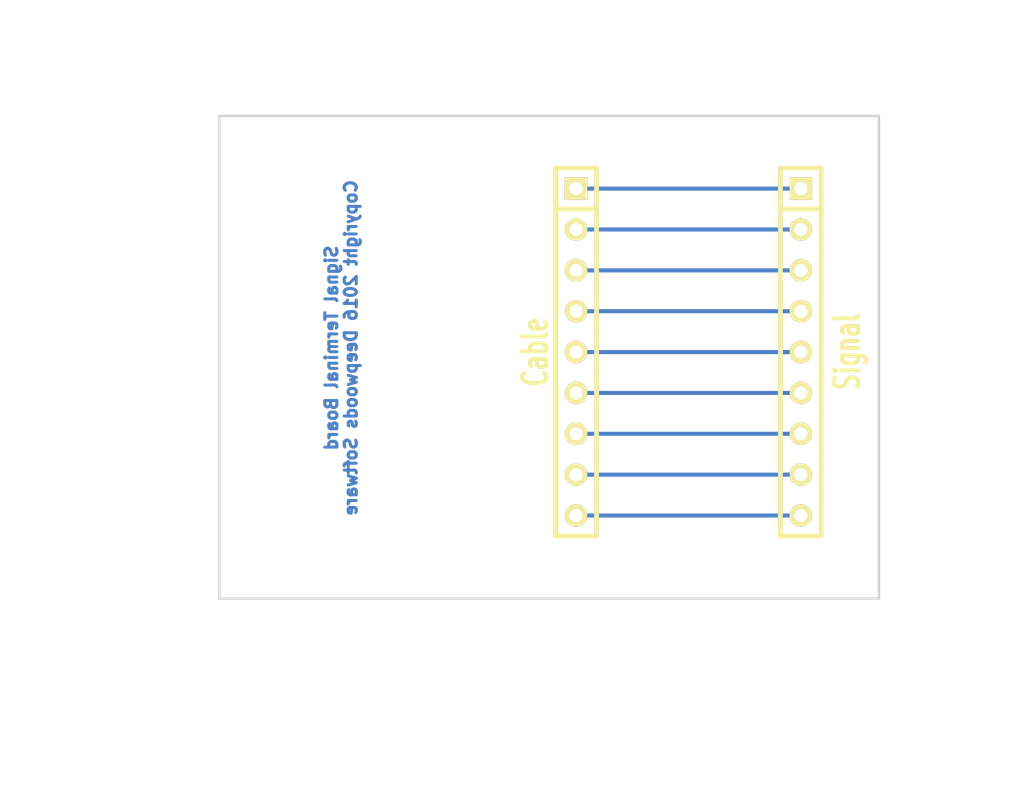
<source format=kicad_pcb>
(kicad_pcb (version 3) (host pcbnew "(2013-june-11)-stable")

  (general
    (links 9)
    (no_connects 0)
    (area 89.980858 93 152.721429 144.000001)
    (thickness 1.6)
    (drawings 10)
    (tracks 10)
    (zones 0)
    (modules 6)
    (nets 10)
  )

  (page A3)
  (layers
    (15 F.Cu signal)
    (0 B.Cu signal)
    (16 B.Adhes user)
    (17 F.Adhes user)
    (18 B.Paste user)
    (19 F.Paste user)
    (20 B.SilkS user)
    (21 F.SilkS user)
    (22 B.Mask user)
    (23 F.Mask user)
    (24 Dwgs.User user)
    (25 Cmts.User user)
    (26 Eco1.User user)
    (27 Eco2.User user)
    (28 Edge.Cuts user)
  )

  (setup
    (last_trace_width 0.254)
    (trace_clearance 0.254)
    (zone_clearance 0.508)
    (zone_45_only no)
    (trace_min 0.254)
    (segment_width 0.2)
    (edge_width 0.15)
    (via_size 0.889)
    (via_drill 0.635)
    (via_min_size 0.889)
    (via_min_drill 0.508)
    (uvia_size 0.508)
    (uvia_drill 0.127)
    (uvias_allowed no)
    (uvia_min_size 0.508)
    (uvia_min_drill 0.127)
    (pcb_text_width 0.3)
    (pcb_text_size 1.5 1.5)
    (mod_edge_width 0.15)
    (mod_text_size 1.5 1.5)
    (mod_text_width 0.15)
    (pad_size 1.524 1.524)
    (pad_drill 0.762)
    (pad_to_mask_clearance 0.2)
    (aux_axis_origin 0 0)
    (visible_elements FFFFFFBF)
    (pcbplotparams
      (layerselection 2097152)
      (usegerberextensions false)
      (excludeedgelayer false)
      (linewidth 0.100000)
      (plotframeref false)
      (viasonmask false)
      (mode 1)
      (useauxorigin false)
      (hpglpennumber 1)
      (hpglpenspeed 20)
      (hpglpendiameter 15)
      (hpglpenoverlay 2)
      (psnegative false)
      (psa4output false)
      (plotreference true)
      (plotvalue true)
      (plotothertext true)
      (plotinvisibletext false)
      (padsonsilk true)
      (subtractmaskfromsilk false)
      (outputformat 2)
      (mirror false)
      (drillshape 0)
      (scaleselection 1)
      (outputdirectory ""))
  )

  (net 0 "")
  (net 1 "/Digit Common")
  (net 2 "/Segment A")
  (net 3 "/Segment B")
  (net 4 "/Segment C")
  (net 5 "/Segment D")
  (net 6 "/Segment DP")
  (net 7 "/Segment E")
  (net 8 "/Segment F")
  (net 9 "/Segment G")

  (net_class Default "This is the default net class."
    (clearance 0.254)
    (trace_width 0.254)
    (via_dia 0.889)
    (via_drill 0.635)
    (uvia_dia 0.508)
    (uvia_drill 0.127)
    (add_net "")
    (add_net "/Digit Common")
    (add_net "/Segment A")
    (add_net "/Segment B")
    (add_net "/Segment C")
    (add_net "/Segment D")
    (add_net "/Segment DP")
    (add_net "/Segment E")
    (add_net "/Segment F")
    (add_net "/Segment G")
  )

  (module SIL-9 (layer F.Cu) (tedit 5818C14B) (tstamp 58199170)
    (at 136.144 114.681 270)
    (descr "Connecteur 9 pins")
    (tags "CONN DEV")
    (fp_text reference SIL-9 (at 0.00508 -2.72796 270) (layer F.SilkS) hide
      (effects (font (size 1.72974 1.08712) (thickness 0.27178)))
    )
    (fp_text value Signal (at -0.02032 -2.87274 270) (layer F.SilkS)
      (effects (font (size 1.524 1.016) (thickness 0.254)))
    )
    (fp_line (start 11.43 -1.27) (end 11.43 1.27) (layer F.SilkS) (width 0.3048))
    (fp_line (start 11.43 1.27) (end -11.43 1.27) (layer F.SilkS) (width 0.3048))
    (fp_line (start -11.43 1.27) (end -11.43 -1.27) (layer F.SilkS) (width 0.3048))
    (fp_line (start 11.43 -1.27) (end -11.43 -1.27) (layer F.SilkS) (width 0.3048))
    (fp_line (start -8.89 -1.27) (end -8.89 1.27) (layer F.SilkS) (width 0.3048))
    (pad 1 thru_hole rect (at -10.16 0 270) (size 1.397 1.397) (drill 0.8128)
      (layers *.Cu *.Mask F.SilkS)
      (net 1 "/Digit Common")
    )
    (pad 2 thru_hole circle (at -7.62 0 270) (size 1.397 1.397) (drill 0.8128)
      (layers *.Cu *.Mask F.SilkS)
      (net 6 "/Segment DP")
    )
    (pad 3 thru_hole circle (at -5.08 0 270) (size 1.397 1.397) (drill 0.8128)
      (layers *.Cu *.Mask F.SilkS)
      (net 2 "/Segment A")
    )
    (pad 4 thru_hole circle (at -2.54 0 270) (size 1.397 1.397) (drill 0.8128)
      (layers *.Cu *.Mask F.SilkS)
      (net 3 "/Segment B")
    )
    (pad 5 thru_hole circle (at 0 0 270) (size 1.397 1.397) (drill 0.8128)
      (layers *.Cu *.Mask F.SilkS)
      (net 4 "/Segment C")
    )
    (pad 6 thru_hole circle (at 2.54 0 270) (size 1.397 1.397) (drill 0.8128)
      (layers *.Cu *.Mask F.SilkS)
      (net 5 "/Segment D")
    )
    (pad 7 thru_hole circle (at 5.08 0 270) (size 1.397 1.397) (drill 0.8128)
      (layers *.Cu *.Mask F.SilkS)
      (net 7 "/Segment E")
    )
    (pad 8 thru_hole circle (at 7.62 0 270) (size 1.397 1.397) (drill 0.8128)
      (layers *.Cu *.Mask F.SilkS)
      (net 8 "/Segment F")
    )
    (pad 9 thru_hole circle (at 10.16 0 270) (size 1.397 1.397) (drill 0.8128)
      (layers *.Cu *.Mask F.SilkS)
      (net 9 "/Segment G")
    )
    (model device/bornier_4.wrl
      (at (xyz -0.25 0 0))
      (scale (xyz 0.5 0.5 0.5))
      (rotate (xyz 0 0 0))
    )
    (model device/bornier_5.wrl
      (at (xyz 0.2 0 0))
      (scale (xyz 0.5 0.5 0.5))
      (rotate (xyz 0 0 0))
    )
  )

  (module RPi_Hat:RPi_Hat_Mounting_Hole   locked (layer B.Cu) (tedit 5818BDC9) (tstamp 581917A9)
    (at 113.5 126.5)
    (descr "Mounting hole, Befestigungsbohrung, 2,7mm, No Annular, Kein Restring,")
    (tags "Mounting hole, Befestigungsbohrung, 2,7mm, No Annular, Kein Restring,")
    (fp_text reference H4 (at 0 -4.0005) (layer B.SilkS) hide
      (effects (font (size 1 1) (thickness 0.15)) (justify mirror))
    )
    (fp_text value "" (at 0.09906 3.59918) (layer B.SilkS) hide
      (effects (font (size 1 1) (thickness 0.15)) (justify mirror))
    )
    (fp_circle (center 0 0) (end 1.375 0) (layer Cmts.User) (width 0.15))
    (fp_circle (center 0 0) (end 3.1 0) (layer Cmts.User) (width 0.15))
    (fp_circle (center 0 0) (end 3.1 0) (layer Cmts.User) (width 0.15))
    (fp_circle (center 0 0) (end 1.375 0) (layer Cmts.User) (width 0.15))
    (fp_circle (center 0 0) (end 3.1 0) (layer Cmts.User) (width 0.15))
    (fp_circle (center 0 0) (end 3.1 0) (layer Cmts.User) (width 0.15))
    (pad "" np_thru_hole circle (at 0 0) (size 2.75 2.75) (drill 2.75)
      (layers *.Cu *.Mask)
      (solder_mask_margin 1.725)
      (clearance 1.725)
    )
  )

  (module RPi_Hat:RPi_Hat_Mounting_Hole   locked (layer B.Cu) (tedit 5818BCC6) (tstamp 58191774)
    (at 103.5 103.5)
    (descr "Mounting hole, Befestigungsbohrung, 2,7mm, No Annular, Kein Restring,")
    (tags "Mounting hole, Befestigungsbohrung, 2,7mm, No Annular, Kein Restring,")
    (fp_text reference H1 (at 0 -4.0005) (layer B.SilkS) hide
      (effects (font (size 1 1) (thickness 0.15)) (justify mirror))
    )
    (fp_text value "" (at 0.09906 3.59918) (layer B.SilkS) hide
      (effects (font (size 1 1) (thickness 0.15)) (justify mirror))
    )
    (fp_circle (center 0 0) (end 1.375 0) (layer Cmts.User) (width 0.15))
    (fp_circle (center 0 0) (end 3.1 0) (layer Cmts.User) (width 0.15))
    (fp_circle (center 0 0) (end 3.1 0) (layer Cmts.User) (width 0.15))
    (fp_circle (center 0 0) (end 1.375 0) (layer Cmts.User) (width 0.15))
    (fp_circle (center 0 0) (end 3.1 0) (layer Cmts.User) (width 0.15))
    (fp_circle (center 0 0) (end 3.1 0) (layer Cmts.User) (width 0.15))
    (pad "" np_thru_hole circle (at 0 0) (size 2.75 2.75) (drill 2.75)
      (layers *.Cu *.Mask)
      (solder_mask_margin 1.725)
      (clearance 1.725)
    )
  )

  (module RPi_Hat:RPi_Hat_Mounting_Hole   locked (layer B.Cu) (tedit 5818BDE7) (tstamp 58191733)
    (at 113.5 103.5)
    (descr "Mounting hole, Befestigungsbohrung, 2,7mm, No Annular, Kein Restring,")
    (tags "Mounting hole, Befestigungsbohrung, 2,7mm, No Annular, Kein Restring,")
    (fp_text reference H3 (at 0 -4.0005) (layer B.SilkS) hide
      (effects (font (size 1 1) (thickness 0.15)) (justify mirror))
    )
    (fp_text value "" (at 0.09906 3.59918) (layer B.SilkS) hide
      (effects (font (size 1 1) (thickness 0.15)) (justify mirror))
    )
    (fp_circle (center 0 0) (end 1.375 0) (layer Cmts.User) (width 0.15))
    (fp_circle (center 0 0) (end 3.1 0) (layer Cmts.User) (width 0.15))
    (fp_circle (center 0 0) (end 3.1 0) (layer Cmts.User) (width 0.15))
    (fp_circle (center 0 0) (end 1.375 0) (layer Cmts.User) (width 0.15))
    (fp_circle (center 0 0) (end 3.1 0) (layer Cmts.User) (width 0.15))
    (fp_circle (center 0 0) (end 3.1 0) (layer Cmts.User) (width 0.15))
    (pad "" np_thru_hole circle (at 0 0) (size 2.75 2.75) (drill 2.75)
      (layers *.Cu *.Mask)
      (solder_mask_margin 1.725)
      (clearance 1.725)
    )
  )

  (module RPi_Hat:RPi_Hat_Mounting_Hole   locked (layer B.Cu) (tedit 580FABD5) (tstamp 5515DEA9)
    (at 103.5 126.5)
    (descr "Mounting hole, Befestigungsbohrung, 2,7mm, No Annular, Kein Restring,")
    (tags "Mounting hole, Befestigungsbohrung, 2,7mm, No Annular, Kein Restring,")
    (fp_text reference H2 (at 0 -4.0005) (layer B.SilkS) hide
      (effects (font (size 1 1) (thickness 0.15)) (justify mirror))
    )
    (fp_text value "" (at 0.09906 3.59918) (layer B.SilkS) hide
      (effects (font (size 1 1) (thickness 0.15)) (justify mirror))
    )
    (fp_circle (center 0 0) (end 1.375 0) (layer Cmts.User) (width 0.15))
    (fp_circle (center 0 0) (end 3.1 0) (layer Cmts.User) (width 0.15))
    (fp_circle (center 0 0) (end 3.1 0) (layer Cmts.User) (width 0.15))
    (fp_circle (center 0 0) (end 1.375 0) (layer Cmts.User) (width 0.15))
    (fp_circle (center 0 0) (end 3.1 0) (layer Cmts.User) (width 0.15))
    (fp_circle (center 0 0) (end 3.1 0) (layer Cmts.User) (width 0.15))
    (pad "" np_thru_hole circle (at 0 0) (size 2.75 2.75) (drill 2.75)
      (layers *.Cu *.Mask)
      (solder_mask_margin 1.725)
      (clearance 1.725)
    )
  )

  (module SIL-9 (layer F.Cu) (tedit 5818C18E) (tstamp 58199255)
    (at 122.174 114.681 270)
    (descr "Connecteur 9 pins")
    (tags "CONN DEV")
    (fp_text reference T0 (at -7.62 -2.54 270) (layer F.SilkS) hide
      (effects (font (size 1.72974 1.08712) (thickness 0.27178)))
    )
    (fp_text value Cable (at 0 2.54 270) (layer F.SilkS)
      (effects (font (size 1.524 1.016) (thickness 0.254)))
    )
    (fp_line (start 11.43 -1.27) (end 11.43 1.27) (layer F.SilkS) (width 0.3048))
    (fp_line (start 11.43 1.27) (end -11.43 1.27) (layer F.SilkS) (width 0.3048))
    (fp_line (start -11.43 1.27) (end -11.43 -1.27) (layer F.SilkS) (width 0.3048))
    (fp_line (start 11.43 -1.27) (end -11.43 -1.27) (layer F.SilkS) (width 0.3048))
    (fp_line (start -8.89 -1.27) (end -8.89 1.27) (layer F.SilkS) (width 0.3048))
    (pad 1 thru_hole rect (at -10.16 0 270) (size 1.397 1.397) (drill 0.8128)
      (layers *.Cu *.Mask F.SilkS)
      (net 1 "/Digit Common")
    )
    (pad 2 thru_hole circle (at -7.62 0 270) (size 1.397 1.397) (drill 0.8128)
      (layers *.Cu *.Mask F.SilkS)
      (net 6 "/Segment DP")
    )
    (pad 3 thru_hole circle (at -5.08 0 270) (size 1.397 1.397) (drill 0.8128)
      (layers *.Cu *.Mask F.SilkS)
      (net 2 "/Segment A")
    )
    (pad 4 thru_hole circle (at -2.54 0 270) (size 1.397 1.397) (drill 0.8128)
      (layers *.Cu *.Mask F.SilkS)
      (net 3 "/Segment B")
    )
    (pad 5 thru_hole circle (at 0 0 270) (size 1.397 1.397) (drill 0.8128)
      (layers *.Cu *.Mask F.SilkS)
      (net 4 "/Segment C")
    )
    (pad 6 thru_hole circle (at 2.54 0 270) (size 1.397 1.397) (drill 0.8128)
      (layers *.Cu *.Mask F.SilkS)
      (net 5 "/Segment D")
    )
    (pad 7 thru_hole circle (at 5.08 0 270) (size 1.397 1.397) (drill 0.8128)
      (layers *.Cu *.Mask F.SilkS)
      (net 7 "/Segment E")
    )
    (pad 8 thru_hole circle (at 7.62 0 270) (size 1.397 1.397) (drill 0.8128)
      (layers *.Cu *.Mask F.SilkS)
      (net 8 "/Segment F")
    )
    (pad 9 thru_hole circle (at 10.16 0 270) (size 1.397 1.397) (drill 0.8128)
      (layers *.Cu *.Mask F.SilkS)
      (net 9 "/Segment G")
    )
  )

  (gr_text "Signal Terminal Board\nCopyright 2016 Deepwoods Software" (at 107.569 114.427 90) (layer B.Cu)
    (effects (font (size 0.75 0.75) (thickness 0.1875)) (justify mirror))
  )
  (dimension 13.5 (width 0.3) (layer Dwgs.User)
    (gr_text "13.5 mm" (at 107.01682 142.692488 1.080924187) (layer Dwgs.User)
      (effects (font (size 1.5 1.5) (thickness 0.3)))
    )
    (feature1 (pts (xy 113.5 138) (xy 113.5 144)))
    (feature2 (pts (xy 100 138) (xy 100 144)))
    (crossbar (pts (xy 100 141) (xy 113.5 141)))
    (arrow1a (pts (xy 113.5 141) (xy 112.5 141.5)))
    (arrow1b (pts (xy 113.5 141) (xy 112.5 140.5)))
    (arrow2a (pts (xy 100 141) (xy 100.5 141.5)))
    (arrow2b (pts (xy 100 141) (xy 100.5 140.5)))
  )
  (dimension 3.5 (width 0.3) (layer Dwgs.User)
    (gr_text "3.5 mm" (at 108.712 134.112) (layer Dwgs.User)
      (effects (font (size 1.5 1.5) (thickness 0.3)))
    )
    (feature1 (pts (xy 103.5 131.5) (xy 103.5 136.5)))
    (feature2 (pts (xy 100 131.5) (xy 100 136.5)))
    (crossbar (pts (xy 100 134) (xy 103.5 134)))
    (arrow1a (pts (xy 103.5 134) (xy 102.5 134.5)))
    (arrow1b (pts (xy 103.5 134) (xy 102.5 133.5)))
    (arrow2a (pts (xy 100 134) (xy 100.5 134.5)))
    (arrow2b (pts (xy 100 134) (xy 100.5 133.5)))
  )
  (dimension 3.5 (width 0.3) (layer Dwgs.User)
    (gr_text "3.5 mm" (at 94.488 121.031 87.95459151) (layer Dwgs.User)
      (effects (font (size 1.5 1.5) (thickness 0.3)))
    )
    (feature1 (pts (xy 96.5 126.5) (xy 91.5 126.5)))
    (feature2 (pts (xy 96.5 130) (xy 91.5 130)))
    (crossbar (pts (xy 94 130) (xy 94 126.5)))
    (arrow1a (pts (xy 94 126.5) (xy 94.5 127.5)))
    (arrow1b (pts (xy 94 126.5) (xy 93.5 127.5)))
    (arrow2a (pts (xy 94 130) (xy 94.5 129.5)))
    (arrow2b (pts (xy 94 130) (xy 93.5 129.5)))
  )
  (dimension 30 (width 0.3) (layer Dwgs.User)
    (gr_text "30.0 mm" (at 147.5 115 89.03307443) (layer Dwgs.User)
      (effects (font (size 1.5 1.5) (thickness 0.3)))
    )
    (feature1 (pts (xy 143 130) (xy 149 130)))
    (feature2 (pts (xy 143 100) (xy 149 100)))
    (crossbar (pts (xy 146 100) (xy 146 130)))
    (arrow1a (pts (xy 146 130) (xy 145.5 130)))
    (arrow1b (pts (xy 146 130) (xy 146.5 130)))
    (arrow2a (pts (xy 146 100) (xy 145.5 100)))
    (arrow2b (pts (xy 146 100) (xy 146.5 100)))
  )
  (dimension 41 (width 0.3) (layer Dwgs.User)
    (gr_text "41.0 mm" (at 120.5 94.5 0.1773857475) (layer Dwgs.User)
      (effects (font (size 1.5 1.5) (thickness 0.3)))
    )
    (feature1 (pts (xy 141 98) (xy 141 93)))
    (feature2 (pts (xy 100 98) (xy 100 93)))
    (crossbar (pts (xy 100 96) (xy 141 96)))
    (arrow1a (pts (xy 141 96) (xy 140 96.5)))
    (arrow1b (pts (xy 141 96) (xy 140 95.5)))
    (arrow2a (pts (xy 100 96) (xy 101 96.5)))
    (arrow2b (pts (xy 100 96) (xy 101 95.5)))
  )
  (gr_line (start 100 100) (end 100 130) (angle 90) (layer Edge.Cuts) (width 0.15))
  (gr_line (start 100 130) (end 141 130) (angle 90) (layer Edge.Cuts) (width 0.15))
  (gr_line (start 141 100) (end 141 130) (angle 90) (layer Edge.Cuts) (width 0.15))
  (gr_line (start 100 100) (end 141 100) (angle 90) (layer Edge.Cuts) (width 0.15))

  (segment (start 122.174 104.521) (end 136.144 104.521) (width 0.254) (layer B.Cu) (net 1))
  (segment (start 122.174 109.601) (end 136.144 109.601) (width 0.254) (layer B.Cu) (net 2))
  (segment (start 122.174 112.141) (end 136.144 112.141) (width 0.254) (layer B.Cu) (net 3))
  (segment (start 122.174 114.681) (end 136.144 114.681) (width 0.254) (layer B.Cu) (net 4))
  (segment (start 136.144 114.681) (end 134.874 114.681) (width 0.254) (layer B.Cu) (net 4) (tstamp 58199305))
  (segment (start 122.174 117.221) (end 136.144 117.221) (width 0.254) (layer B.Cu) (net 5))
  (segment (start 122.174 107.061) (end 136.144 107.061) (width 0.254) (layer B.Cu) (net 6))
  (segment (start 122.174 119.761) (end 136.144 119.761) (width 0.254) (layer B.Cu) (net 7))
  (segment (start 122.174 122.301) (end 136.144 122.301) (width 0.254) (layer B.Cu) (net 8))
  (segment (start 122.174 124.841) (end 136.144 124.841) (width 0.254) (layer B.Cu) (net 9))

)

</source>
